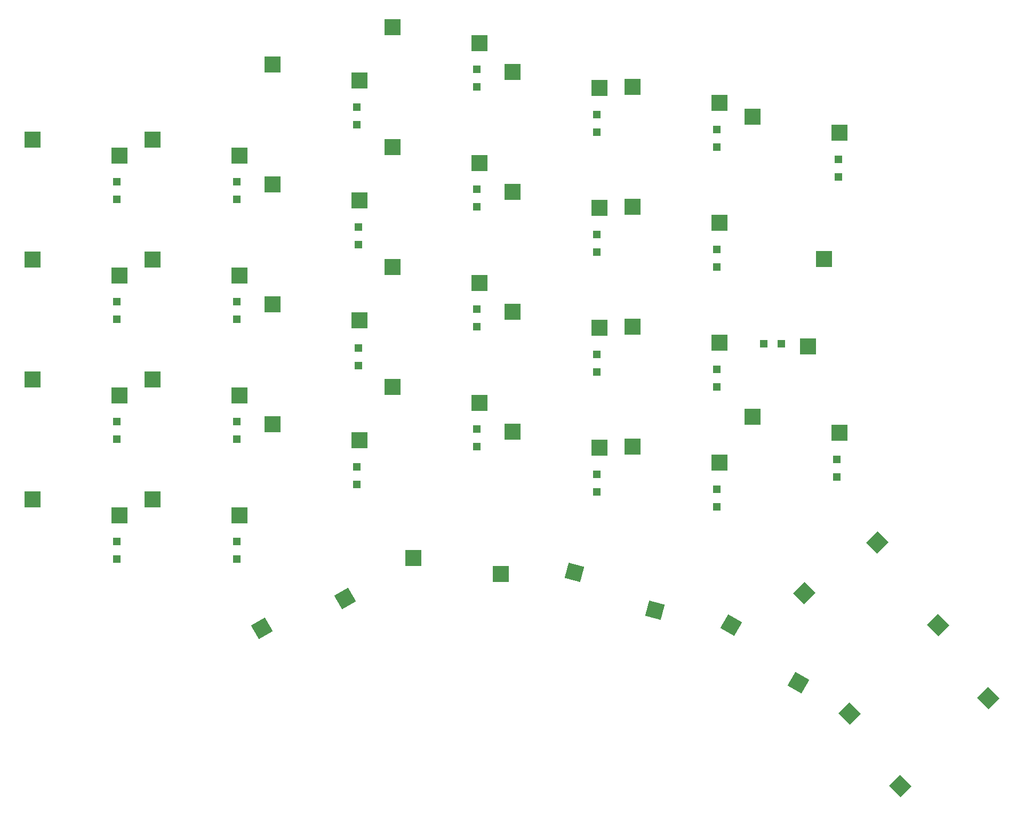
<source format=gbr>
%TF.GenerationSoftware,KiCad,Pcbnew,6.0.4*%
%TF.CreationDate,2022-04-28T08:17:54+02:00*%
%TF.ProjectId,mykeeb,6d796b65-6562-42e6-9b69-6361645f7063,rev?*%
%TF.SameCoordinates,Original*%
%TF.FileFunction,Paste,Top*%
%TF.FilePolarity,Positive*%
%FSLAX46Y46*%
G04 Gerber Fmt 4.6, Leading zero omitted, Abs format (unit mm)*
G04 Created by KiCad (PCBNEW 6.0.4) date 2022-04-28 08:17:54*
%MOMM*%
%LPD*%
G01*
G04 APERTURE LIST*
G04 Aperture macros list*
%AMRotRect*
0 Rectangle, with rotation*
0 The origin of the aperture is its center*
0 $1 length*
0 $2 width*
0 $3 Rotation angle, in degrees counterclockwise*
0 Add horizontal line*
21,1,$1,$2,0,0,$3*%
G04 Aperture macros list end*
%ADD10R,2.550000X2.500000*%
%ADD11R,1.200000X1.200000*%
%ADD12RotRect,2.550000X2.500000X315.000000*%
%ADD13RotRect,2.550000X2.500000X30.000000*%
%ADD14RotRect,2.550000X2.500000X45.000000*%
%ADD15R,2.500000X2.550000*%
%ADD16RotRect,2.550000X2.500000X345.000000*%
%ADD17RotRect,2.550000X2.500000X330.000000*%
G04 APERTURE END LIST*
D10*
%TO.C,K26*%
X135394375Y-86598125D03*
X149244375Y-89138125D03*
%TD*%
D11*
%TO.C,D33*%
X91678125Y-88577625D03*
X91678125Y-91377625D03*
%TD*%
D10*
%TO.C,K14*%
X97294375Y-50879375D03*
X111144375Y-53419375D03*
%TD*%
%TO.C,K12*%
X59194375Y-49688750D03*
X73044375Y-52228750D03*
%TD*%
D11*
%TO.C,D32*%
X72628125Y-94530750D03*
X72628125Y-97330750D03*
%TD*%
D10*
%TO.C,K22*%
X59194375Y-68738750D03*
X73044375Y-71278750D03*
%TD*%
D12*
%TO.C,K45*%
X164837000Y-119726318D03*
X172834377Y-131315798D03*
%TD*%
%TO.C,K44*%
X150837000Y-133726318D03*
X158834377Y-145315798D03*
%TD*%
D11*
%TO.C,D10*%
X34528125Y-68337000D03*
X34528125Y-71137000D03*
%TD*%
%TO.C,D2*%
X72628125Y-37380750D03*
X72628125Y-40180750D03*
%TD*%
D10*
%TO.C,K30*%
X21094375Y-99695000D03*
X34944375Y-102235000D03*
%TD*%
D11*
%TO.C,D14*%
X110728125Y-57621375D03*
X110728125Y-60421375D03*
%TD*%
%TO.C,D5*%
X129778125Y-40952625D03*
X129778125Y-43752625D03*
%TD*%
%TO.C,D15*%
X129778125Y-60002625D03*
X129778125Y-62802625D03*
%TD*%
%TO.C,D11*%
X53578125Y-68337000D03*
X53578125Y-71137000D03*
%TD*%
D10*
%TO.C,K31*%
X40144375Y-99695000D03*
X53994375Y-102235000D03*
%TD*%
D13*
%TO.C,K40*%
X57497075Y-120189341D03*
X70761527Y-115464045D03*
%TD*%
D14*
%TO.C,K46*%
X143652795Y-114621721D03*
X155242275Y-106624344D03*
%TD*%
D11*
%TO.C,D16*%
X140022375Y-75009375D03*
X137222375Y-75009375D03*
%TD*%
D10*
%TO.C,K20*%
X21094375Y-80645000D03*
X34944375Y-83185000D03*
%TD*%
D11*
%TO.C,D30*%
X34528125Y-106437000D03*
X34528125Y-109237000D03*
%TD*%
%TO.C,D25*%
X129778125Y-79052625D03*
X129778125Y-81852625D03*
%TD*%
%TO.C,D0*%
X34528125Y-49287000D03*
X34528125Y-52087000D03*
%TD*%
%TO.C,D4*%
X110728125Y-38571375D03*
X110728125Y-41371375D03*
%TD*%
D10*
%TO.C,K11*%
X40144375Y-61595000D03*
X53994375Y-64135000D03*
%TD*%
%TO.C,K4*%
X97294375Y-31829375D03*
X111144375Y-34369375D03*
%TD*%
D11*
%TO.C,D31*%
X53578125Y-106437000D03*
X53578125Y-109237000D03*
%TD*%
D10*
%TO.C,K10*%
X21094375Y-61595000D03*
X34944375Y-64135000D03*
%TD*%
D11*
%TO.C,D3*%
X91678125Y-31427625D03*
X91678125Y-34227625D03*
%TD*%
%TO.C,D13*%
X91678125Y-50477625D03*
X91678125Y-53277625D03*
%TD*%
%TO.C,D20*%
X34528125Y-87387000D03*
X34528125Y-90187000D03*
%TD*%
D10*
%TO.C,K3*%
X78244375Y-24685625D03*
X92094375Y-27225625D03*
%TD*%
D11*
%TO.C,D23*%
X91678125Y-69527625D03*
X91678125Y-72327625D03*
%TD*%
D15*
%TO.C,K16*%
X146764375Y-61575625D03*
X144224375Y-75425625D03*
%TD*%
D10*
%TO.C,K35*%
X116344375Y-91360625D03*
X130194375Y-93900625D03*
%TD*%
%TO.C,K2*%
X59194375Y-30638750D03*
X73044375Y-33178750D03*
%TD*%
%TO.C,K32*%
X59194375Y-87788750D03*
X73044375Y-90328750D03*
%TD*%
%TO.C,K5*%
X116344375Y-34210625D03*
X130194375Y-36750625D03*
%TD*%
%TO.C,K6*%
X135394375Y-38973125D03*
X149244375Y-41513125D03*
%TD*%
%TO.C,K13*%
X78244375Y-43735625D03*
X92094375Y-46275625D03*
%TD*%
%TO.C,K41*%
X81578125Y-109061250D03*
X95428125Y-111601250D03*
%TD*%
%TO.C,K1*%
X40144375Y-42545000D03*
X53994375Y-45085000D03*
%TD*%
D16*
%TO.C,K42*%
X107157877Y-111337000D03*
X119878550Y-117375095D03*
%TD*%
D11*
%TO.C,D21*%
X53578125Y-87387000D03*
X53578125Y-90187000D03*
%TD*%
D10*
%TO.C,K25*%
X116344375Y-72310625D03*
X130194375Y-74850625D03*
%TD*%
D11*
%TO.C,D1*%
X53578125Y-49287000D03*
X53578125Y-52087000D03*
%TD*%
D10*
%TO.C,K33*%
X78244375Y-81835625D03*
X92094375Y-84375625D03*
%TD*%
D11*
%TO.C,D24*%
X110728125Y-76671375D03*
X110728125Y-79471375D03*
%TD*%
%TO.C,D26*%
X148828125Y-93340125D03*
X148828125Y-96140125D03*
%TD*%
D17*
%TO.C,K43*%
X131996416Y-119693716D03*
X142720868Y-128818420D03*
%TD*%
D11*
%TO.C,D35*%
X129778125Y-98102625D03*
X129778125Y-100902625D03*
%TD*%
D10*
%TO.C,K21*%
X40144375Y-80645000D03*
X53994375Y-83185000D03*
%TD*%
D11*
%TO.C,D12*%
X72882125Y-56430750D03*
X72882125Y-59230750D03*
%TD*%
D10*
%TO.C,K0*%
X21094375Y-42545000D03*
X34944375Y-45085000D03*
%TD*%
%TO.C,K34*%
X97294375Y-88979375D03*
X111144375Y-91519375D03*
%TD*%
D11*
%TO.C,D34*%
X110728125Y-95721375D03*
X110728125Y-98521375D03*
%TD*%
%TO.C,D22*%
X72882125Y-75655375D03*
X72882125Y-78455375D03*
%TD*%
D10*
%TO.C,K24*%
X97294375Y-69929375D03*
X111144375Y-72469375D03*
%TD*%
%TO.C,K23*%
X78244375Y-62785625D03*
X92094375Y-65325625D03*
%TD*%
D11*
%TO.C,D6*%
X149002750Y-45715125D03*
X149002750Y-48515125D03*
%TD*%
D10*
%TO.C,K15*%
X116344375Y-53260625D03*
X130194375Y-55800625D03*
%TD*%
M02*

</source>
